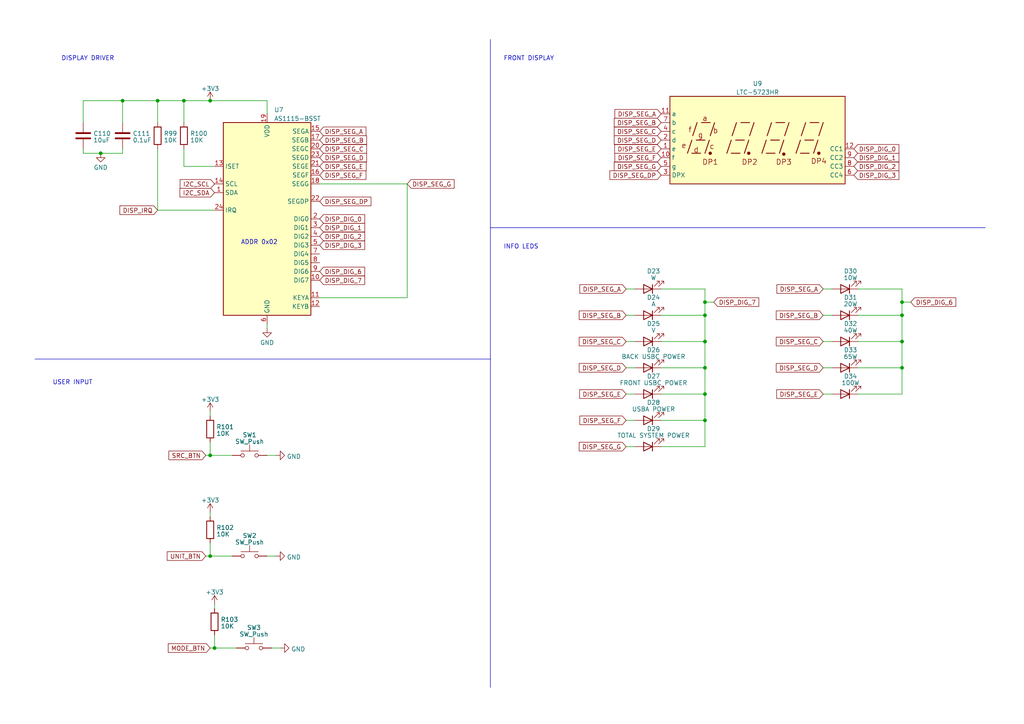
<source format=kicad_sch>
(kicad_sch (version 20230121) (generator eeschema)
  (paper "A4")
  (title_block (title "200W USB PD 3.1 HUB") (date "2023-10-03") (rev "A") (company "MICK MAKE") (comment 1 "THIS IS A 2X 100W USB PD SOURCE ") (comment 2 "HUB USB SPEC 3.1") (comment 3 "TOTAL SYSTEM POWER IS ~275w"))
  (lib_symbols
    (symbol "Device:C" (pin_numbers hide) (pin_names (offset 0.254))
      (property "Reference" "C" (at 0.635 2.54 0))
      (property "Value" "C" (at 0.635 -2.54 0))
      (symbol "C_0_1"
        (polyline (pts (xy -2.032 -0.762) (xy 2.032 -0.762)) (stroke (width 0.508)))
        (polyline (pts (xy -2.032 0.762) (xy 2.032 0.762)) (stroke (width 0.508)))
      )
      (symbol "C_1_1"
        (pin passive line (at 0 3.81 270) (length 2.794) (name "~") (number "1"))
        (pin passive line (at 0 -3.81 90) (length 2.794) (name "~") (number "2"))
      )
    )
    (symbol "Device:LED" (pin_numbers hide) (pin_names (offset 1.016) hide)
      (property "Reference" "D" (at 0 2.54 0))
      (property "Value" "LED" (at 0 -2.54 0))
      (symbol "LED_0_1"
        (polyline (pts (xy -1.27 -1.27) (xy -1.27 1.27)) (stroke (width 0.254)))
        (polyline (pts (xy -1.27 0) (xy 1.27 0)))
        (polyline (pts (xy 1.27 -1.27) (xy 1.27 1.27) (xy -1.27 0) (xy 1.27 -1.27)) (stroke (width 0.254)))
        (polyline (pts (xy -3.048 -0.762) (xy -4.572 -2.286) (xy -3.81 -2.286) (xy -4.572 -2.286) (xy -4.572 -1.524)))
        (polyline (pts (xy -1.778 -0.762) (xy -3.302 -2.286) (xy -2.54 -2.286) (xy -3.302 -2.286) (xy -3.302 -1.524)))
      )
      (symbol "LED_1_1"
        (pin passive line (at -3.81 0 0) (length 2.54) (name "K") (number "1"))
        (pin passive line (at 3.81 0 180) (length 2.54) (name "A") (number "2"))
      )
    )
    (symbol "Device:R" (pin_numbers hide) (pin_names (offset 0))
      (property "Reference" "R" (at 2.032 0 90))
      (property "Value" "R" (at 0 0 90))
      (symbol "R_0_1"
        (rectangle (start -1.016 -2.54) (end 1.016 2.54) (stroke (width 0.254)))
      )
      (symbol "R_1_1"
        (pin passive line (at 0 3.81 270) (length 1.27) (name "~") (number "1"))
        (pin passive line (at 0 -3.81 90) (length 1.27) (name "~") (number "2"))
      )
    )
    (symbol "Display_Character:CC56-12CGKWA"
      (property "Reference" "U" (at -24.13 13.97 0))
      (property "Value" "CC56-12CGKWA" (at 17.78 13.97 0))
      (symbol "CC56-12CGKWA_0_0"
        (rectangle (start -25.4 12.7) (end 25.4 -12.7) (stroke (width 0.254)) (fill (type background)))
        (polyline (pts (xy -20.32 -3.81) (xy -19.05 0)) (stroke (width 0.254)))
        (polyline (pts (xy -19.05 -3.81) (xy -16.51 -3.81)) (stroke (width 0.254)))
        (polyline (pts (xy -18.796 1.27) (xy -17.526 5.08)) (stroke (width 0.254)))
        (polyline (pts (xy -17.78 0) (xy -15.24 0)) (stroke (width 0.254)))
        (polyline (pts (xy -16.256 5.08) (xy -13.716 5.08)) (stroke (width 0.254)))
        (polyline (pts (xy -15.24 -3.81) (xy -13.97 0)) (stroke (width 0.254)))
        (polyline (pts (xy -13.716 1.27) (xy -12.446 5.08)) (stroke (width 0.254)))
        (polyline (pts (xy -8.89 -3.81) (xy -7.62 0)) (stroke (width 0.254)))
        (polyline (pts (xy -7.62 -3.81) (xy -5.08 -3.81)) (stroke (width 0.254)))
        (polyline (pts (xy -7.366 1.27) (xy -6.096 5.08)) (stroke (width 0.254)))
        (polyline (pts (xy -6.35 0) (xy -3.81 0)) (stroke (width 0.254)))
        (polyline (pts (xy -4.826 5.08) (xy -2.286 5.08)) (stroke (width 0.254)))
        (polyline (pts (xy -3.81 -3.81) (xy -2.54 0)) (stroke (width 0.254)))
        (polyline (pts (xy -2.286 1.27) (xy -1.016 5.08)) (stroke (width 0.254)))
        (polyline (pts (xy 1.27 -3.81) (xy 2.54 0)) (stroke (width 0.254)))
        (polyline (pts (xy 2.54 -3.81) (xy 5.08 -3.81)) (stroke (width 0.254)))
        (polyline (pts (xy 2.794 1.27) (xy 4.064 5.08)) (stroke (width 0.254)))
        (polyline (pts (xy 3.81 0) (xy 6.35 0)) (stroke (width 0.254)))
        (polyline (pts (xy 5.334 5.08) (xy 7.874 5.08)) (stroke (width 0.254)))
        (polyline (pts (xy 6.35 -3.81) (xy 7.62 0)) (stroke (width 0.254)))
        (polyline (pts (xy 7.874 1.27) (xy 9.144 5.08)) (stroke (width 0.254)))
        (polyline (pts (xy 11.176 -3.81) (xy 12.446 0)) (stroke (width 0.254)))
        (polyline (pts (xy 12.446 -3.81) (xy 14.986 -3.81)) (stroke (width 0.254)))
        (polyline (pts (xy 12.7 1.27) (xy 13.97 5.08)) (stroke (width 0.254)))
        (polyline (pts (xy 13.716 0) (xy 16.256 0)) (stroke (width 0.254)))
        (polyline (pts (xy 15.24 5.08) (xy 17.78 5.08)) (stroke (width 0.254)))
        (polyline (pts (xy 16.256 -3.81) (xy 17.526 0)) (stroke (width 0.254)))
        (polyline (pts (xy 17.78 1.27) (xy 19.05 5.08)) (stroke (width 0.254)))
        (text "a" (at -15.24 6.35 0) (effects (font (size 1.524 1.524))))
        (text "b" (at -12.192 2.794 0) (effects (font (size 1.524 1.524))))
        (text "c" (at -13.208 -1.778 0) (effects (font (size 1.524 1.524))))
        (text "d" (at -17.78 -2.794 0) (effects (font (size 1.524 1.524))))
        (text "DP1" (at -13.716 -6.35 0) (effects (font (size 1.524 1.524))))
        (text "DP2" (at -2.286 -6.35 0) (effects (font (size 1.524 1.524))))
        (text "DP3" (at 7.62 -6.35 0) (effects (font (size 1.524 1.524))))
        (text "DP4" (at 17.78 -6.096 0) (effects (font (size 1.524 1.524))))
        (text "e" (at -21.336 -1.524 0) (effects (font (size 1.524 1.524))))
        (text "f" (at -19.558 3.048 0) (effects (font (size 1.524 1.524))))
        (text "g" (at -16.51 1.524 0) (effects (font (size 1.524 1.524))))
      )
      (symbol "CC56-12CGKWA_0_1"
        (circle (center -13.716 -3.81) (radius 0.3556) (stroke (width 0.254)) (fill (type outline)))
        (circle (center -2.54 -3.81) (radius 0.3556) (stroke (width 0.254)) (fill (type outline)))
      )
      (symbol "CC56-12CGKWA_1_0"
        (circle (center 7.62 -4.064) (radius 0.3556) (stroke (width 0.254)) (fill (type outline)))
        (circle (center 17.78 -3.81) (radius 0.3556) (stroke (width 0.254)) (fill (type outline)))
      )
      (symbol "CC56-12CGKWA_1_1"
        (pin input line (at -27.94 -2.54 0) (length 2.54) (name "e") (number "1"))
        (pin input line (at -27.94 -5.08 0) (length 2.54) (name "f") (number "10"))
        (pin input line (at -27.94 7.62 0) (length 2.54) (name "a") (number "11"))
        (pin input line (at 27.94 -2.54 180) (length 2.54) (name "CC1") (number "12"))
        (pin input line (at -27.94 0 0) (length 2.54) (name "d") (number "2"))
        (pin input line (at -27.94 -10.16 0) (length 2.54) (name "DPX") (number "3"))
        (pin input line (at -27.94 2.54 0) (length 2.54) (name "c") (number "4"))
        (pin input line (at -27.94 -7.62 0) (length 2.54) (name "g") (number "5"))
        (pin input line (at 27.94 -10.16 180) (length 2.54) (name "CC4") (number "6"))
        (pin input line (at -27.94 5.08 0) (length 2.54) (name "b") (number "7"))
        (pin input line (at 27.94 -7.62 180) (length 2.54) (name "CC3") (number "8"))
        (pin input line (at 27.94 -5.08 180) (length 2.54) (name "CC2") (number "9"))
      )
    )
    (symbol "Interface_Expansion:AS1115-BSST"
      (property "Reference" "U" (at -10.16 29.21 0))
      (property "Value" "AS1115-BSST" (at 2.54 29.21 0))
      (symbol "AS1115-BSST_0_1"
        (rectangle (start -12.7 27.94) (end 12.7 -27.94) (stroke (width 0.254)) (fill (type background)))
      )
      (symbol "AS1115-BSST_1_1"
        (pin bidirectional line (at -15.24 7.62 0) (length 2.54) (name "SDA") (number "1"))
        (pin open_collector line (at 15.24 -17.78 180) (length 2.54) (name "DIG7") (number "10"))
        (pin open_collector line (at 15.24 -22.86 180) (length 2.54) (name "KEYA") (number "11"))
        (pin open_collector line (at 15.24 -25.4 180) (length 2.54) (name "KEYB") (number "12"))
        (pin passive line (at -15.24 15.24 0) (length 2.54) (name "ISET") (number "13"))
        (pin input line (at -15.24 10.16 0) (length 2.54) (name "SCL") (number "14"))
        (pin output line (at 15.24 25.4 180) (length 2.54) (name "SEGA") (number "15"))
        (pin output line (at 15.24 12.7 180) (length 2.54) (name "SEGF") (number "16"))
        (pin output line (at 15.24 22.86 180) (length 2.54) (name "SEGB") (number "17"))
        (pin output line (at 15.24 10.16 180) (length 2.54) (name "SEGG") (number "18"))
        (pin power_in line (at 0 30.48 270) (length 2.54) (name "VDD") (number "19"))
        (pin open_collector line (at 15.24 0 180) (length 2.54) (name "DIG0") (number "2"))
        (pin output line (at 15.24 20.32 180) (length 2.54) (name "SEGC") (number "20"))
        (pin output line (at 15.24 15.24 180) (length 2.54) (name "SEGE") (number "21"))
        (pin output line (at 15.24 5.08 180) (length 2.54) (name "SEGDP") (number "22"))
        (pin output line (at 15.24 17.78 180) (length 2.54) (name "SEGD") (number "23"))
        (pin open_collector line (at -15.24 2.54 0) (length 2.54) (name "IRQ") (number "24"))
        (pin open_collector line (at 15.24 -2.54 180) (length 2.54) (name "DIG1") (number "3"))
        (pin open_collector line (at 15.24 -5.08 180) (length 2.54) (name "DIG2") (number "4"))
        (pin open_collector line (at 15.24 -7.62 180) (length 2.54) (name "DIG3") (number "5"))
        (pin power_in line (at 0 -30.48 90) (length 2.54) (name "GND") (number "6"))
        (pin open_collector line (at 15.24 -10.16 180) (length 2.54) (name "DIG4") (number "7"))
        (pin open_collector line (at 15.24 -12.7 180) (length 2.54) (name "DIG5") (number "8"))
        (pin open_collector line (at 15.24 -15.24 180) (length 2.54) (name "DIG6") (number "9"))
      )
    )
    (symbol "Switch:SW_Push" (pin_numbers hide) (pin_names (offset 1.016) hide)
      (property "Reference" "SW" (at 1.27 2.54 0))
      (property "Value" "SW_Push" (at 0 -1.524 0))
      (symbol "SW_Push_0_1"
        (circle (center -2.032 0) (radius 0.508))
        (polyline (pts (xy 0 1.27) (xy 0 3.048)))
        (polyline (pts (xy 2.54 1.27) (xy -2.54 1.27)))
        (circle (center 2.032 0) (radius 0.508))
        (pin passive line (at -5.08 0 0) (length 2.54) (name "1") (number "1"))
        (pin passive line (at 5.08 0 180) (length 2.54) (name "2") (number "2"))
      )
    )
    (symbol "power:+3V3" (power) (pin_names (offset 0))
      (property "Value" "+3V3" (at 0 3.556 0))
      (symbol "+3V3_0_1"
        (polyline (pts (xy -0.762 1.27) (xy 0 2.54)))
        (polyline (pts (xy 0 0) (xy 0 2.54)))
        (polyline (pts (xy 0 2.54) (xy 0.762 1.27)))
      )
      (symbol "+3V3_1_1"
        (pin power_in line (at 0 0 90) (length 0) hide (name "+3V3") (number "1"))
      )
    )
    (symbol "power:GND" (power) (pin_names (offset 0))
      (property "Value" "GND" (at 0 -3.81 0))
      (symbol "GND_0_1"
        (polyline (pts (xy 0 0) (xy 0 -1.27) (xy 1.27 -1.27) (xy 0 -2.54) (xy -1.27 -1.27) (xy 0 -1.27)))
      )
      (symbol "GND_1_1"
        (pin power_in line (at 0 0 270) (length 0) hide (name "GND") (number "1"))
      )
    )
  )
  (junction (at 261.62 99.06))
  (junction (at 45.72 29.21))
  (junction (at 35.56 29.21))
  (junction (at 261.62 87.63))
  (junction (at 204.47 114.3))
  (junction (at 53.34 29.21))
  (junction (at 261.62 91.44))
  (junction (at 204.47 99.06))
  (junction (at 204.47 91.44))
  (junction (at 60.96 161.29))
  (junction (at 204.47 106.68))
  (junction (at 204.47 121.92))
  (junction (at 62.23 187.96))
  (junction (at 29.21 44.45))
  (junction (at 60.96 132.08))
  (junction (at 261.62 106.68))
  (junction (at 204.47 87.63))
  (junction (at 60.96 29.21))
  (wire (pts (xy 77.47 29.21) (xy 60.96 29.21)))
  (wire (pts (xy 53.34 29.21) (xy 45.72 29.21)))
  (wire (pts (xy 45.72 29.21) (xy 35.56 29.21)))
  (wire (pts (xy 60.96 132.08) (xy 67.31 132.08)))
  (wire (pts (xy 60.96 128.27) (xy 60.96 132.08)))
  (wire (pts (xy 45.72 29.21) (xy 45.72 35.56)))
  (wire (pts (xy 191.77 83.82) (xy 204.47 83.82)))
  (wire (pts (xy 59.69 161.29) (xy 60.96 161.29)))
  (wire (pts (xy 29.21 44.45) (xy 35.56 44.45)))
  (wire (pts (xy 53.34 48.26) (xy 53.34 43.18)))
  (polyline (pts (xy 142.24 66.04) (xy 285.75 66.04)))
  (wire (pts (xy 238.76 106.68) (xy 241.3 106.68)))
  (wire (pts (xy 261.62 83.82) (xy 261.62 87.63)))
  (wire (pts (xy 35.56 44.45) (xy 35.56 43.18)))
  (wire (pts (xy 261.62 87.63) (xy 261.62 91.44)))
  (wire (pts (xy 261.62 99.06) (xy 261.62 106.68)))
  (wire (pts (xy 181.61 114.3) (xy 184.15 114.3)))
  (wire (pts (xy 248.92 83.82) (xy 261.62 83.82)))
  (wire (pts (xy 191.77 121.92) (xy 204.47 121.92)))
  (wire (pts (xy 238.76 91.44) (xy 241.3 91.44)))
  (wire (pts (xy 181.61 106.68) (xy 184.15 106.68)))
  (wire (pts (xy 204.47 121.92) (xy 204.47 129.54)))
  (polyline (pts (xy 10.16 104.14) (xy 142.24 104.14)))
  (wire (pts (xy 248.92 99.06) (xy 261.62 99.06)))
  (polyline (pts (xy 142.24 11.43) (xy 142.24 199.39)))
  (wire (pts (xy 191.77 114.3) (xy 204.47 114.3)))
  (wire (pts (xy 204.47 99.06) (xy 204.47 106.68)))
  (wire (pts (xy 62.23 175.26) (xy 62.23 176.53)))
  (wire (pts (xy 248.92 114.3) (xy 261.62 114.3)))
  (wire (pts (xy 35.56 29.21) (xy 24.13 29.21)))
  (wire (pts (xy 77.47 132.08) (xy 80.01 132.08)))
  (wire (pts (xy 204.47 91.44) (xy 204.47 99.06)))
  (wire (pts (xy 204.47 114.3) (xy 204.47 121.92)))
  (wire (pts (xy 60.96 148.59) (xy 60.96 149.86)))
  (wire (pts (xy 60.96 161.29) (xy 67.31 161.29)))
  (wire (pts (xy 204.47 106.68) (xy 204.47 114.3)))
  (wire (pts (xy 181.61 121.92) (xy 184.15 121.92)))
  (wire (pts (xy 238.76 99.06) (xy 241.3 99.06)))
  (wire (pts (xy 77.47 161.29) (xy 80.01 161.29)))
  (wire (pts (xy 24.13 43.18) (xy 24.13 44.45)))
  (wire (pts (xy 248.92 91.44) (xy 261.62 91.44)))
  (wire (pts (xy 62.23 187.96) (xy 68.58 187.96)))
  (wire (pts (xy 59.69 132.08) (xy 60.96 132.08)))
  (wire (pts (xy 204.47 87.63) (xy 207.01 87.63)))
  (wire (pts (xy 60.96 29.21) (xy 53.34 29.21)))
  (wire (pts (xy 248.92 106.68) (xy 261.62 106.68)))
  (wire (pts (xy 204.47 83.82) (xy 204.47 87.63)))
  (wire (pts (xy 60.96 157.48) (xy 60.96 161.29)))
  (wire (pts (xy 77.47 93.98) (xy 77.47 95.25)))
  (wire (pts (xy 60.96 187.96) (xy 62.23 187.96)))
  (wire (pts (xy 118.11 86.36) (xy 118.11 53.34)))
  (wire (pts (xy 78.74 187.96) (xy 81.28 187.96)))
  (wire (pts (xy 261.62 106.68) (xy 261.62 114.3)))
  (wire (pts (xy 62.23 184.15) (xy 62.23 187.96)))
  (wire (pts (xy 181.61 91.44) (xy 184.15 91.44)))
  (wire (pts (xy 191.77 99.06) (xy 204.47 99.06)))
  (wire (pts (xy 238.76 83.82) (xy 241.3 83.82)))
  (wire (pts (xy 204.47 87.63) (xy 204.47 91.44)))
  (wire (pts (xy 77.47 33.02) (xy 77.47 29.21)))
  (wire (pts (xy 191.77 91.44) (xy 204.47 91.44)))
  (wire (pts (xy 24.13 44.45) (xy 29.21 44.45)))
  (wire (pts (xy 24.13 29.21) (xy 24.13 35.56)))
  (wire (pts (xy 62.23 60.96) (xy 45.72 60.96)))
  (wire (pts (xy 204.47 129.54) (xy 191.77 129.54)))
  (wire (pts (xy 181.61 129.54) (xy 184.15 129.54)))
  (wire (pts (xy 181.61 83.82) (xy 184.15 83.82)))
  (wire (pts (xy 45.72 60.96) (xy 45.72 43.18)))
  (wire (pts (xy 181.61 99.06) (xy 184.15 99.06)))
  (wire (pts (xy 62.23 48.26) (xy 53.34 48.26)))
  (wire (pts (xy 238.76 114.3) (xy 241.3 114.3)))
  (wire (pts (xy 92.71 86.36) (xy 118.11 86.36)))
  (wire (pts (xy 118.11 53.34) (xy 92.71 53.34)))
  (wire (pts (xy 261.62 87.63) (xy 264.16 87.63)))
  (wire (pts (xy 191.77 106.68) (xy 204.47 106.68)))
  (wire (pts (xy 261.62 91.44) (xy 261.62 99.06)))
  (wire (pts (xy 60.96 119.38) (xy 60.96 120.65)))
  (wire (pts (xy 53.34 29.21) (xy 53.34 35.56)))
  (wire (pts (xy 35.56 29.21) (xy 35.56 35.56)))
  (text "FRONT DISPLAY\n" (at 146.05 17.78 0) (effects (font (size 1.27 1.27)) (justify left bottom)))
  (text "USER INPUT" (at 15.24 111.76 0) (effects (font (size 1.27 1.27)) (justify left bottom)))
  (text "INFO LEDS\n" (at 146.05 72.39 0) (effects (font (size 1.27 1.27)) (justify left bottom)))
  (text "DISPLAY DRIVER" (at 17.78 17.78 0) (effects (font (size 1.27 1.27)) (justify left bottom)))
  (text "ADDR 0x02" (at 69.85 71.12 0) (effects (font (size 1.27 1.27)) (justify left bottom)))
  (global_label "DISP_SEG_E" (shape input) (at 191.77 43.18 180) (property "Intersheetrefs" "${INTERSHEET_REFS}" (effects hide)))
  (global_label "DISP_SEG_D" (shape input) (at 191.77 40.64 180) (property "Intersheetrefs" "${INTERSHEET_REFS}" (effects hide)))
  (global_label "DISP_SEG_A" (shape input) (at 238.76 83.82 180) (property "Intersheetrefs" "${INTERSHEET_REFS}" (effects hide)))
  (global_label "DISP_SEG_B" (shape input) (at 181.61 91.44 180) (property "Intersheetrefs" "${INTERSHEET_REFS}" (effects hide)))
  (global_label "DISP_SEG_DP" (shape input) (at 191.77 50.8 180) (property "Intersheetrefs" "${INTERSHEET_REFS}" (effects hide)))
  (global_label "DISP_SEG_A" (shape input) (at 191.77 33.02 180) (property "Intersheetrefs" "${INTERSHEET_REFS}" (effects hide)))
  (global_label "DISP_DIG_6" (shape input) (at 264.16 87.63 0) (property "Intersheetrefs" "${INTERSHEET_REFS}" (effects hide)))
  (global_label "DISP_SEG_B" (shape input) (at 238.76 91.44 180) (property "Intersheetrefs" "${INTERSHEET_REFS}" (effects hide)))
  (global_label "DISP_SEG_F" (shape input) (at 181.61 121.92 180) (property "Intersheetrefs" "${INTERSHEET_REFS}" (effects hide)))
  (global_label "DISP_DIG_2" (shape input) (at 92.71 68.58 0) (property "Intersheetrefs" "${INTERSHEET_REFS}" (effects hide)))
  (global_label "DISP_DIG_3" (shape input) (at 247.65 50.8 0) (property "Intersheetrefs" "${INTERSHEET_REFS}" (effects hide)))
  (global_label "DISP_SEG_G" (shape input) (at 181.61 129.54 180) (property "Intersheetrefs" "${INTERSHEET_REFS}" (effects hide)))
  (global_label "DISP_SEG_A" (shape input) (at 92.71 38.1 0) (property "Intersheetrefs" "${INTERSHEET_REFS}" (effects hide)))
  (global_label "I2C_SDA" (shape input) (at 62.23 55.88 180) (property "Intersheetrefs" "${INTERSHEET_REFS}" (effects hide)))
  (global_label "DISP_DIG_6" (shape input) (at 92.71 78.74 0) (property "Intersheetrefs" "${INTERSHEET_REFS}" (effects hide)))
  (global_label "DISP_DIG_1" (shape input) (at 247.65 45.72 0) (property "Intersheetrefs" "${INTERSHEET_REFS}" (effects hide)))
  (global_label "DISP_DIG_1" (shape input) (at 92.71 66.04 0) (property "Intersheetrefs" "${INTERSHEET_REFS}" (effects hide)))
  (global_label "DISP_SEG_E" (shape input) (at 238.76 114.3 180) (property "Intersheetrefs" "${INTERSHEET_REFS}" (effects hide)))
  (global_label "I2C_SCL" (shape input) (at 62.23 53.34 180) (property "Intersheetrefs" "${INTERSHEET_REFS}" (effects hide)))
  (global_label "DISP_SEG_C" (shape input) (at 191.77 38.1 180) (property "Intersheetrefs" "${INTERSHEET_REFS}" (effects hide)))
  (global_label "DISP_SEG_E" (shape input) (at 92.71 48.26 0) (property "Intersheetrefs" "${INTERSHEET_REFS}" (effects hide)))
  (global_label "DISP_SEG_F" (shape input) (at 92.71 50.8 0) (property "Intersheetrefs" "${INTERSHEET_REFS}" (effects hide)))
  (global_label "MODE_BTN" (shape input) (at 60.96 187.96 180) (property "Intersheetrefs" "${INTERSHEET_REFS}" (effects hide)))
  (global_label "DISP_SEG_A" (shape input) (at 181.61 83.82 180) (property "Intersheetrefs" "${INTERSHEET_REFS}" (effects hide)))
  (global_label "DISP_DIG_7" (shape input) (at 207.01 87.63 0) (property "Intersheetrefs" "${INTERSHEET_REFS}" (effects hide)))
  (global_label "UNIT_BTN" (shape input) (at 59.69 161.29 180) (property "Intersheetrefs" "${INTERSHEET_REFS}" (effects hide)))
  (global_label "DISP_SEG_G" (shape input) (at 191.77 48.26 180) (property "Intersheetrefs" "${INTERSHEET_REFS}" (effects hide)))
  (global_label "DISP_DIG_2" (shape input) (at 247.65 48.26 0) (property "Intersheetrefs" "${INTERSHEET_REFS}" (effects hide)))
  (global_label "DISP_SEG_C" (shape input) (at 238.76 99.06 180) (property "Intersheetrefs" "${INTERSHEET_REFS}" (effects hide)))
  (global_label "DISP_SEG_C" (shape input) (at 181.61 99.06 180) (property "Intersheetrefs" "${INTERSHEET_REFS}" (effects hide)))
  (global_label "DISP_SEG_B" (shape input) (at 191.77 35.56 180) (property "Intersheetrefs" "${INTERSHEET_REFS}" (effects hide)))
  (global_label "DISP_SEG_D" (shape input) (at 181.61 106.68 180) (property "Intersheetrefs" "${INTERSHEET_REFS}" (effects hide)))
  (global_label "DISP_DIG_3" (shape input) (at 92.71 71.12 0) (property "Intersheetrefs" "${INTERSHEET_REFS}" (effects hide)))
  (global_label "DISP_SEG_F" (shape input) (at 191.77 45.72 180) (property "Intersheetrefs" "${INTERSHEET_REFS}" (effects hide)))
  (global_label "DISP_SEG_DP" (shape input) (at 92.71 58.42 0) (property "Intersheetrefs" "${INTERSHEET_REFS}" (effects hide)))
  (global_label "DISP_DIG_7" (shape input) (at 92.71 81.28 0) (property "Intersheetrefs" "${INTERSHEET_REFS}" (effects hide)))
  (global_label "DISP_SEG_D" (shape input) (at 92.71 45.72 0) (property "Intersheetrefs" "${INTERSHEET_REFS}" (effects hide)))
  (global_label "DISP_DIG_0" (shape input) (at 92.71 63.5 0) (property "Intersheetrefs" "${INTERSHEET_REFS}" (effects hide)))
  (global_label "DISP_SEG_C" (shape input) (at 92.71 43.18 0) (property "Intersheetrefs" "${INTERSHEET_REFS}" (effects hide)))
  (global_label "DISP_SEG_G" (shape input) (at 118.11 53.34 0) (property "Intersheetrefs" "${INTERSHEET_REFS}" (effects hide)))
  (global_label "DISP_SEG_D" (shape input) (at 238.76 106.68 180) (property "Intersheetrefs" "${INTERSHEET_REFS}" (effects hide)))
  (global_label "DISP_IRQ" (shape input) (at 45.72 60.96 180) (property "Intersheetrefs" "${INTERSHEET_REFS}" (effects hide)))
  (global_label "DISP_SEG_E" (shape input) (at 181.61 114.3 180) (property "Intersheetrefs" "${INTERSHEET_REFS}" (effects hide)))
  (global_label "SRC_BTN" (shape input) (at 59.69 132.08 180) (property "Intersheetrefs" "${INTERSHEET_REFS}" (effects hide)))
  (global_label "DISP_SEG_B" (shape input) (at 92.71 40.64 0) (property "Intersheetrefs" "${INTERSHEET_REFS}" (effects hide)))
  (global_label "DISP_DIG_0" (shape input) (at 247.65 43.18 0) (property "Intersheetrefs" "${INTERSHEET_REFS}" (effects hide)))
  (symbol (lib_id "Device:LED") (at 187.96 91.44 180) (unit 1)
    (property "Reference" "D24" (at 189.5475 86.2711 0))
    (property "Value" "A" (at 189.5475 88.1921 0))
    (property "Footprint" "Diode_SMD:D_0603_1608Metric" (effects hide))
  )
  (symbol (lib_id "power:GND") (at 80.01 161.29 90) (unit 1)
    (property "Reference" "#PWR0140" (effects hide))
    (property "Value" "GND" (at 83.185 161.6068 90) (effects (justify right)))
  )
  (symbol (lib_id "power:GND") (at 29.21 44.45 0) (unit 1)
    (property "Reference" "#PWR0133" (effects hide))
    (property "Value" "GND" (at 29.21 48.5855 0))
  )
  (symbol (lib_id "Device:LED") (at 187.96 99.06 180) (unit 1)
    (property "Reference" "D25" (at 189.5475 93.8911 0))
    (property "Value" "V" (at 189.5475 95.8121 0))
    (property "Footprint" "Diode_SMD:D_0603_1608Metric" (effects hide))
  )
  (symbol (lib_id "Display_Character:CC56-12CGKWA") (at 219.71 40.64 0) (unit 1)
    (property "Reference" "U9" (at 219.71 24.2402 0))
    (property "Value" "LTC-5723HR" (at 219.71 26.7771 0))
    (property "Footprint" "Display_7Segment:CA56-12CGKWA" (effects hide))
    (property "Datasheet" "http://www.kingbright.com/attachments/file/psearch/000/00/00/CC56-12CGKWA(Ver.8A).pdf" (effects hide))
    (instances (project "reflow" (path "" (reference "U9") (unit 1))) (project "usbc-car-module" (path "" (reference "U18") (unit 1))))
  )
  (symbol (lib_id "power:+3V3") (at 62.23 175.26 0) (unit 1)
    (property "Reference" "#PWR0137" (effects hide))
    (property "Value" "+3V3" (at 62.23 171.7581 0))
  )
  (symbol (lib_id "Switch:SW_Push") (at 73.66 187.96 0) (unit 1)
    (property "Reference" "SW3" (at 73.66 182.0291 0))
    (property "Value" "SW_Push" (at 73.66 183.9501 0))
    (property "Footprint" "Button_Switch_THT:SW_PUSH_6mm" (effects hide))
  )
  (symbol (lib_id "Interface_Expansion:AS1115-BSST") (at 77.47 63.5 0) (unit 1)
    (property "Reference" "U7" (at 79.4894 31.8602 0) (effects (justify left)))
    (property "Value" "AS1115-BSST" (at 79.4894 34.3971 0) (effects (justify left)))
    (property "Footprint" "Package_SO:QSOP-24_3.9x8.7mm_P0.635mm" (effects hide))
    (property "Datasheet" "https://ams.com/documents/20143/36005/AS1115_DS000206_1-00.pdf/3d3e6d35-b184-1329-adf9-2d769eb2404f" (effects hide))
    (instances (project "reflow" (path "" (reference "U7") (unit 1))) (project "usbc-car-module" (path "" (reference "U17") (unit 1))))
  )
  (symbol (lib_id "Device:LED") (at 187.96 121.92 180) (unit 1)
    (property "Reference" "D28" (at 189.5475 116.7511 0))
    (property "Value" "USBA POWER" (at 189.5475 118.6721 0))
    (property "Footprint" "Diode_SMD:D_0603_1608Metric" (effects hide))
  )
  (symbol (lib_id "Device:R") (at 60.96 124.46 0) (unit 1)
    (property "Reference" "R101" (at 62.738 123.8163 0) (effects (justify left)))
    (property "Value" "10K" (at 62.738 125.7373 0) (effects (justify left)))
    (property "Footprint" "Resistor_SMD:R_0603_1608Metric" (effects hide))
  )
  (symbol (lib_id "Device:R") (at 62.23 180.34 0) (unit 1)
    (property "Reference" "R103" (at 64.008 179.6963 0) (effects (justify left)))
    (property "Value" "10K" (at 64.008 181.6173 0) (effects (justify left)))
    (property "Footprint" "Resistor_SMD:R_0603_1608Metric" (effects hide))
  )
  (symbol (lib_id "Device:LED") (at 245.11 99.06 180) (unit 1)
    (property "Reference" "D32" (at 246.6975 93.8911 0))
    (property "Value" "40W" (at 246.6975 95.8121 0))
    (property "Footprint" "Diode_SMD:D_0603_1608Metric" (effects hide))
  )
  (symbol (lib_id "Device:LED") (at 245.11 91.44 180) (unit 1)
    (property "Reference" "D31" (at 246.6975 86.2711 0))
    (property "Value" "20W" (at 246.6975 88.1921 0))
    (property "Footprint" "Diode_SMD:D_0603_1608Metric" (effects hide))
  )
  (symbol (lib_id "Device:LED") (at 187.96 83.82 180) (unit 1)
    (property "Reference" "D23" (at 189.5475 78.6511 0))
    (property "Value" "W" (at 189.5475 80.5721 0))
    (property "Footprint" "Diode_SMD:D_0603_1608Metric" (effects hide))
  )
  (symbol (lib_id "Device:C") (at 24.13 39.37 0) (unit 1)
    (property "Reference" "C110" (at 27.051 38.7263 0) (effects (justify left)))
    (property "Value" "10uF" (at 27.051 40.6473 0) (effects (justify left)))
    (property "Footprint" "Capacitor_SMD:C_0603_1608Metric" (effects hide))
  )
  (symbol (lib_id "Device:LED") (at 245.11 83.82 180) (unit 1)
    (property "Reference" "D30" (at 246.6975 78.6511 0))
    (property "Value" "10W" (at 246.6975 80.5721 0))
    (property "Footprint" "Diode_SMD:D_0603_1608Metric" (effects hide))
  )
  (symbol (lib_id "Device:R") (at 60.96 153.67 0) (unit 1)
    (property "Reference" "R102" (at 62.738 153.0263 0) (effects (justify left)))
    (property "Value" "10K" (at 62.738 154.9473 0) (effects (justify left)))
    (property "Footprint" "Resistor_SMD:R_0603_1608Metric" (effects hide))
  )
  (symbol (lib_id "Switch:SW_Push") (at 72.39 132.08 0) (unit 1)
    (property "Reference" "SW1" (at 72.39 126.1491 0))
    (property "Value" "SW_Push" (at 72.39 128.0701 0))
    (property "Footprint" "Button_Switch_THT:SW_PUSH_6mm" (effects hide))
  )
  (symbol (lib_id "Device:LED") (at 187.96 129.54 180) (unit 1)
    (property "Reference" "D29" (at 189.5475 124.3711 0))
    (property "Value" "TOTAL SYSTEM POWER" (at 189.5475 126.2921 0))
    (property "Footprint" "Diode_SMD:D_0603_1608Metric" (effects hide))
  )
  (symbol (lib_id "power:+3V3") (at 60.96 29.21 0) (unit 1)
    (property "Reference" "#PWR0134" (effects hide))
    (property "Value" "+3V3" (at 60.96 25.7081 0))
  )
  (symbol (lib_id "Switch:SW_Push") (at 72.39 161.29 0) (unit 1)
    (property "Reference" "SW2" (at 72.39 155.3591 0))
    (property "Value" "SW_Push" (at 72.39 157.2801 0))
    (property "Footprint" "Button_Switch_THT:SW_PUSH_6mm" (effects hide))
  )
  (symbol (lib_id "Device:LED") (at 245.11 106.68 180) (unit 1)
    (property "Reference" "D33" (at 246.6975 101.5111 0))
    (property "Value" "65W" (at 246.6975 103.4321 0))
    (property "Footprint" "Diode_SMD:D_0603_1608Metric" (effects hide))
  )
  (symbol (lib_id "power:+3V3") (at 60.96 148.59 0) (unit 1)
    (property "Reference" "#PWR0136" (effects hide))
    (property "Value" "+3V3" (at 60.96 145.0881 0))
  )
  (symbol (lib_id "Device:C") (at 35.56 39.37 0) (unit 1)
    (property "Reference" "C111" (at 38.481 38.7263 0) (effects (justify left)))
    (property "Value" "0.1uF" (at 38.481 40.6473 0) (effects (justify left)))
    (property "Footprint" "Capacitor_SMD:C_0603_1608Metric" (effects hide))
  )
  (symbol (lib_id "power:GND") (at 81.28 187.96 90) (unit 1)
    (property "Reference" "#PWR0141" (effects hide))
    (property "Value" "GND" (at 84.455 188.2768 90) (effects (justify right)))
  )
  (symbol (lib_id "Device:R") (at 53.34 39.37 0) (unit 1)
    (property "Reference" "R100" (at 55.118 38.7263 0) (effects (justify left)))
    (property "Value" "10K" (at 55.118 40.6473 0) (effects (justify left)))
    (property "Footprint" "Resistor_SMD:R_0603_1608Metric" (effects hide))
  )
  (symbol (lib_id "power:GND") (at 77.47 95.25 0) (unit 1)
    (property "Reference" "#PWR0138" (effects hide))
    (property "Value" "GND" (at 77.47 99.3855 0))
  )
  (symbol (lib_id "Device:LED") (at 187.96 106.68 180) (unit 1)
    (property "Reference" "D26" (at 189.5475 101.5111 0))
    (property "Value" "BACK USBC POWER" (at 189.5475 103.4321 0))
    (property "Footprint" "Diode_SMD:D_0603_1608Metric" (effects hide))
  )
  (symbol (lib_id "power:+3V3") (at 60.96 119.38 0) (unit 1)
    (property "Reference" "#PWR0135" (effects hide))
    (property "Value" "+3V3" (at 60.96 115.8781 0))
  )
  (symbol (lib_id "Device:LED") (at 245.11 114.3 180) (unit 1)
    (property "Reference" "D34" (at 246.6975 109.1311 0))
    (property "Value" "100W" (at 246.6975 111.0521 0))
    (property "Footprint" "Diode_SMD:D_0603_1608Metric" (effects hide))
  )
  (symbol (lib_id "Device:LED") (at 187.96 114.3 180) (unit 1)
    (property "Reference" "D27" (at 189.5475 109.1311 0))
    (property "Value" "FRONT USBC POWER" (at 189.5475 111.0521 0))
    (property "Footprint" "Diode_SMD:D_0603_1608Metric" (effects hide))
  )
  (symbol (lib_id "power:GND") (at 80.01 132.08 90) (unit 1)
    (property "Reference" "#PWR0139" (effects hide))
    (property "Value" "GND" (at 83.185 132.3968 90) (effects (justify right)))
  )
  (symbol (lib_id "Device:R") (at 45.72 39.37 0) (unit 1)
    (property "Reference" "R99" (at 47.498 38.7263 0) (effects (justify left)))
    (property "Value" "10K" (at 47.498 40.6473 0) (effects (justify left)))
    (property "Footprint" "Resistor_SMD:R_0603_1608Metric" (effects hide))
  )
)
</source>
